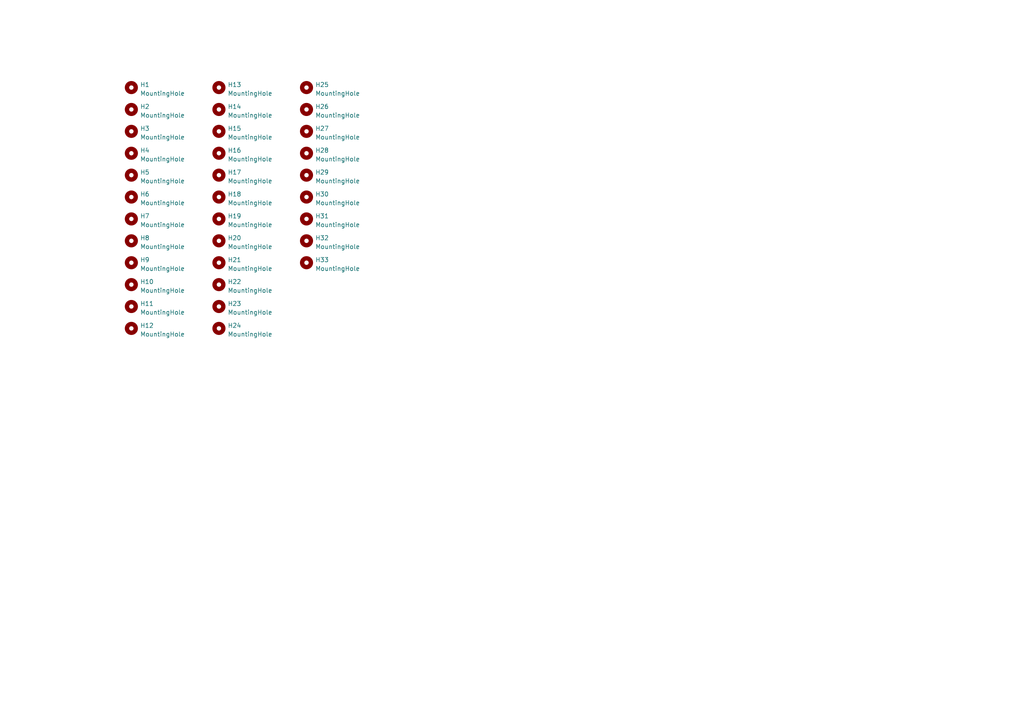
<source format=kicad_sch>
(kicad_sch (version 20231120) (generator "eeschema") (generator_version "8.0")
  (paper "A4")
  (lib_symbols
    (symbol "Mechanical:MountingHole" (pin_names (offset 1.016))
      (property "Reference" "H" (at 0 5.08 0))
      (property "Value" "MountingHole" (at 0 3.175 0))
      (symbol "MountingHole_0_1"
        (circle (center 0 0) (radius 1.27) (stroke (width 1.27)))
      )
    )
  )
  (symbol (lib_id "Mechanical:MountingHole") (at 38.1 31.75 0) (unit 1)
    (property "Reference" "H2" (at 40.64 30.9153 0) (effects (justify left)))
    (property "Value" "MountingHole" (at 40.64 33.4522 0) (effects (justify left)))
    (property "Footprint" "cipulot_parts:HOLE_M2" (effects (hide yes)))
  )
  (symbol (lib_id "Mechanical:MountingHole") (at 63.5 82.55 0) (unit 1)
    (property "Reference" "H22" (at 66.04 81.7153 0) (effects (justify left)))
    (property "Value" "MountingHole" (at 66.04 84.2522 0) (effects (justify left)))
    (property "Footprint" "cipulot_parts:HOLE_M2" (effects (hide yes)))
  )
  (symbol (lib_id "Mechanical:MountingHole") (at 63.5 50.8 0) (unit 1)
    (property "Reference" "H17" (at 66.04 49.9653 0) (effects (justify left)))
    (property "Value" "MountingHole" (at 66.04 52.5022 0) (effects (justify left)))
    (property "Footprint" "cipulot_parts:HOLE_M2" (effects (hide yes)))
  )
  (symbol (lib_id "Mechanical:MountingHole") (at 38.1 25.4 0) (unit 1)
    (property "Reference" "H1" (at 40.64 24.5653 0) (effects (justify left)))
    (property "Value" "MountingHole" (at 40.64 27.1022 0) (effects (justify left)))
    (property "Footprint" "cipulot_parts:HOLE_M2" (effects (hide yes)))
  )
  (symbol (lib_id "Mechanical:MountingHole") (at 38.1 38.1 0) (unit 1)
    (property "Reference" "H3" (at 40.64 37.2653 0) (effects (justify left)))
    (property "Value" "MountingHole" (at 40.64 39.8022 0) (effects (justify left)))
    (property "Footprint" "cipulot_parts:HOLE_M2" (effects (hide yes)))
  )
  (symbol (lib_id "Mechanical:MountingHole") (at 63.5 57.15 0) (unit 1)
    (property "Reference" "H18" (at 66.04 56.3153 0) (effects (justify left)))
    (property "Value" "MountingHole" (at 66.04 58.8522 0) (effects (justify left)))
    (property "Footprint" "cipulot_parts:HOLE_M2" (effects (hide yes)))
  )
  (symbol (lib_id "Mechanical:MountingHole") (at 38.1 50.8 0) (unit 1)
    (property "Reference" "H5" (at 40.64 49.9653 0) (effects (justify left)))
    (property "Value" "MountingHole" (at 40.64 52.5022 0) (effects (justify left)))
    (property "Footprint" "cipulot_parts:HOLE_M2" (effects (hide yes)))
  )
  (symbol (lib_id "Mechanical:MountingHole") (at 63.5 44.45 0) (unit 1)
    (property "Reference" "H16" (at 66.04 43.6153 0) (effects (justify left)))
    (property "Value" "MountingHole" (at 66.04 46.1522 0) (effects (justify left)))
    (property "Footprint" "cipulot_parts:HOLE_M2" (effects (hide yes)))
  )
  (symbol (lib_id "Mechanical:MountingHole") (at 63.5 76.2 0) (unit 1)
    (property "Reference" "H21" (at 66.04 75.3653 0) (effects (justify left)))
    (property "Value" "MountingHole" (at 66.04 77.9022 0) (effects (justify left)))
    (property "Footprint" "cipulot_parts:HOLE_M2" (effects (hide yes)))
  )
  (symbol (lib_id "Mechanical:MountingHole") (at 38.1 44.45 0) (unit 1)
    (property "Reference" "H4" (at 40.64 43.6153 0) (effects (justify left)))
    (property "Value" "MountingHole" (at 40.64 46.1522 0) (effects (justify left)))
    (property "Footprint" "cipulot_parts:HOLE_M2" (effects (hide yes)))
  )
  (symbol (lib_id "Mechanical:MountingHole") (at 38.1 76.2 0) (unit 1)
    (property "Reference" "H9" (at 40.64 75.3653 0) (effects (justify left)))
    (property "Value" "MountingHole" (at 40.64 77.9022 0) (effects (justify left)))
    (property "Footprint" "cipulot_parts:HOLE_M2" (effects (hide yes)))
  )
  (symbol (lib_id "Mechanical:MountingHole") (at 38.1 69.85 0) (unit 1)
    (property "Reference" "H8" (at 40.64 69.0153 0) (effects (justify left)))
    (property "Value" "MountingHole" (at 40.64 71.5522 0) (effects (justify left)))
    (property "Footprint" "cipulot_parts:HOLE_M2" (effects (hide yes)))
  )
  (symbol (lib_id "Mechanical:MountingHole") (at 63.5 63.5 0) (unit 1)
    (property "Reference" "H19" (at 66.04 62.6653 0) (effects (justify left)))
    (property "Value" "MountingHole" (at 66.04 65.2022 0) (effects (justify left)))
    (property "Footprint" "cipulot_parts:HOLE_M2" (effects (hide yes)))
  )
  (symbol (lib_id "Mechanical:MountingHole") (at 63.5 88.9 0) (unit 1)
    (property "Reference" "H23" (at 66.04 88.0653 0) (effects (justify left)))
    (property "Value" "MountingHole" (at 66.04 90.6022 0) (effects (justify left)))
    (property "Footprint" "cipulot_parts:HOLE_M2" (effects (hide yes)))
  )
  (symbol (lib_id "Mechanical:MountingHole") (at 88.9 63.5 0) (unit 1)
    (property "Reference" "H31" (at 91.44 62.6653 0) (effects (justify left)))
    (property "Value" "MountingHole" (at 91.44 65.2022 0) (effects (justify left)))
    (property "Footprint" "cipulot_parts:HOLE_M2" (effects (hide yes)))
  )
  (symbol (lib_id "Mechanical:MountingHole") (at 88.9 69.85 0) (unit 1)
    (property "Reference" "H32" (at 91.44 69.0153 0) (effects (justify left)))
    (property "Value" "MountingHole" (at 91.44 71.5522 0) (effects (justify left)))
    (property "Footprint" "cipulot_parts:HOLE_M2" (effects (hide yes)))
  )
  (symbol (lib_id "Mechanical:MountingHole") (at 88.9 76.2 0) (unit 1)
    (property "Reference" "H33" (at 91.44 75.3653 0) (effects (justify left)))
    (property "Value" "MountingHole" (at 91.44 77.9022 0) (effects (justify left)))
    (property "Footprint" "cipulot_parts:HOLE_M2" (effects (hide yes)))
  )
  (symbol (lib_id "Mechanical:MountingHole") (at 88.9 57.15 0) (unit 1)
    (property "Reference" "H30" (at 91.44 56.3153 0) (effects (justify left)))
    (property "Value" "MountingHole" (at 91.44 58.8522 0) (effects (justify left)))
    (property "Footprint" "cipulot_parts:HOLE_M2" (effects (hide yes)))
  )
  (symbol (lib_id "Mechanical:MountingHole") (at 63.5 38.1 0) (unit 1)
    (property "Reference" "H15" (at 66.04 37.2653 0) (effects (justify left)))
    (property "Value" "MountingHole" (at 66.04 39.8022 0) (effects (justify left)))
    (property "Footprint" "cipulot_parts:HOLE_M2" (effects (hide yes)))
  )
  (symbol (lib_id "Mechanical:MountingHole") (at 88.9 25.4 0) (unit 1)
    (property "Reference" "H25" (at 91.44 24.5653 0) (effects (justify left)))
    (property "Value" "MountingHole" (at 91.44 27.1022 0) (effects (justify left)))
    (property "Footprint" "cipulot_parts:HOLE_M2" (effects (hide yes)))
  )
  (symbol (lib_id "Mechanical:MountingHole") (at 38.1 57.15 0) (unit 1)
    (property "Reference" "H6" (at 40.64 56.3153 0) (effects (justify left)))
    (property "Value" "MountingHole" (at 40.64 58.8522 0) (effects (justify left)))
    (property "Footprint" "cipulot_parts:HOLE_M2" (effects (hide yes)))
  )
  (symbol (lib_id "Mechanical:MountingHole") (at 88.9 38.1 0) (unit 1)
    (property "Reference" "H27" (at 91.44 37.2653 0) (effects (justify left)))
    (property "Value" "MountingHole" (at 91.44 39.8022 0) (effects (justify left)))
    (property "Footprint" "cipulot_parts:HOLE_M2" (effects (hide yes)))
  )
  (symbol (lib_id "Mechanical:MountingHole") (at 63.5 69.85 0) (unit 1)
    (property "Reference" "H20" (at 66.04 69.0153 0) (effects (justify left)))
    (property "Value" "MountingHole" (at 66.04 71.5522 0) (effects (justify left)))
    (property "Footprint" "cipulot_parts:HOLE_M2" (effects (hide yes)))
  )
  (symbol (lib_id "Mechanical:MountingHole") (at 38.1 88.9 0) (unit 1)
    (property "Reference" "H11" (at 40.64 88.0653 0) (effects (justify left)))
    (property "Value" "MountingHole" (at 40.64 90.6022 0) (effects (justify left)))
    (property "Footprint" "cipulot_parts:HOLE_M2" (effects (hide yes)))
  )
  (symbol (lib_id "Mechanical:MountingHole") (at 88.9 50.8 0) (unit 1)
    (property "Reference" "H29" (at 91.44 49.9653 0) (effects (justify left)))
    (property "Value" "MountingHole" (at 91.44 52.5022 0) (effects (justify left)))
    (property "Footprint" "cipulot_parts:HOLE_M2" (effects (hide yes)))
  )
  (symbol (lib_id "Mechanical:MountingHole") (at 38.1 95.25 0) (unit 1)
    (property "Reference" "H12" (at 40.64 94.4153 0) (effects (justify left)))
    (property "Value" "MountingHole" (at 40.64 96.9522 0) (effects (justify left)))
    (property "Footprint" "cipulot_parts:HOLE_M2" (effects (hide yes)))
  )
  (symbol (lib_id "Mechanical:MountingHole") (at 88.9 44.45 0) (unit 1)
    (property "Reference" "H28" (at 91.44 43.6153 0) (effects (justify left)))
    (property "Value" "MountingHole" (at 91.44 46.1522 0) (effects (justify left)))
    (property "Footprint" "cipulot_parts:HOLE_M2" (effects (hide yes)))
  )
  (symbol (lib_id "Mechanical:MountingHole") (at 38.1 63.5 0) (unit 1)
    (property "Reference" "H7" (at 40.64 62.6653 0) (effects (justify left)))
    (property "Value" "MountingHole" (at 40.64 65.2022 0) (effects (justify left)))
    (property "Footprint" "cipulot_parts:HOLE_M2" (effects (hide yes)))
  )
  (symbol (lib_id "Mechanical:MountingHole") (at 63.5 25.4 0) (unit 1)
    (property "Reference" "H13" (at 66.04 24.5653 0) (effects (justify left)))
    (property "Value" "MountingHole" (at 66.04 27.1022 0) (effects (justify left)))
    (property "Footprint" "cipulot_parts:HOLE_M2" (effects (hide yes)))
  )
  (symbol (lib_id "Mechanical:MountingHole") (at 88.9 31.75 0) (unit 1)
    (property "Reference" "H26" (at 91.44 30.9153 0) (effects (justify left)))
    (property "Value" "MountingHole" (at 91.44 33.4522 0) (effects (justify left)))
    (property "Footprint" "cipulot_parts:HOLE_M2" (effects (hide yes)))
  )
  (symbol (lib_id "Mechanical:MountingHole") (at 38.1 82.55 0) (unit 1)
    (property "Reference" "H10" (at 40.64 81.7153 0) (effects (justify left)))
    (property "Value" "MountingHole" (at 40.64 84.2522 0) (effects (justify left)))
    (property "Footprint" "cipulot_parts:HOLE_M2" (effects (hide yes)))
  )
  (symbol (lib_id "Mechanical:MountingHole") (at 63.5 31.75 0) (unit 1)
    (property "Reference" "H14" (at 66.04 30.9153 0) (effects (justify left)))
    (property "Value" "MountingHole" (at 66.04 33.4522 0) (effects (justify left)))
    (property "Footprint" "cipulot_parts:HOLE_M2" (effects (hide yes)))
  )
  (symbol (lib_id "Mechanical:MountingHole") (at 63.5 95.25 0) (unit 1)
    (property "Reference" "H24" (at 66.04 94.4153 0) (effects (justify left)))
    (property "Value" "MountingHole" (at 66.04 96.9522 0) (effects (justify left)))
    (property "Footprint" "cipulot_parts:HOLE_M2" (effects (hide yes)))
  )
)
</source>
